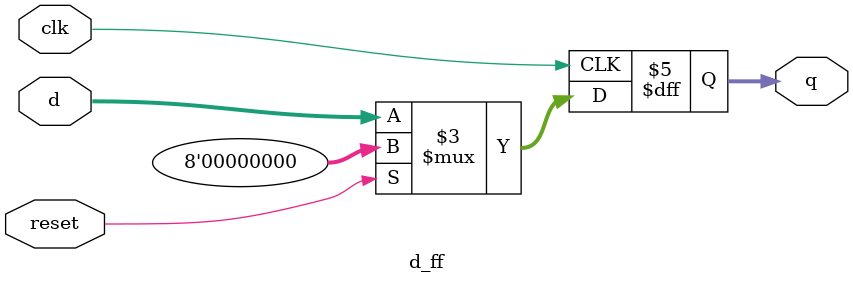
<source format=sv>
module d_ff #(parameter WIDTH=8)
  (input logic clk,reset,
   input logic [WIDTH-1:0] d,
   output logic [WIDTH-1:0] q
  );
  
  always_ff @(posedge clk)
    begin
      if(reset) q<=0;
      else      q<=d;
    end
endmodule
</source>
